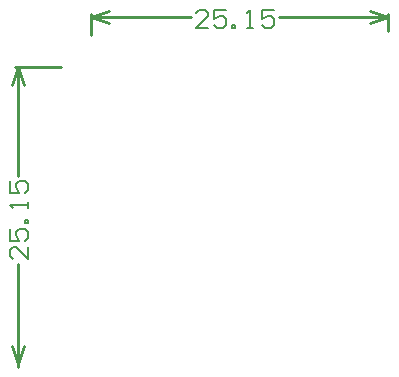
<source format=gm1>
G04*
G04 #@! TF.GenerationSoftware,Altium Limited,Altium Designer,18.1.9 (240)*
G04*
G04 Layer_Color=16711935*
%FSLAX24Y24*%
%MOIN*%
G70*
G01*
G75*
%ADD12C,0.0060*%
%ADD14C,0.0100*%
D12*
X-2040Y3890D02*
Y3490D01*
X-2440Y3890D01*
X-2540D01*
X-2640Y3790D01*
Y3590D01*
X-2540Y3490D01*
X-2640Y4490D02*
Y4090D01*
X-2340D01*
X-2440Y4290D01*
Y4390D01*
X-2340Y4490D01*
X-2140D01*
X-2040Y4390D01*
Y4190D01*
X-2140Y4090D01*
X-2040Y4690D02*
X-2140D01*
Y4790D01*
X-2040D01*
Y4690D01*
Y5190D02*
Y5390D01*
Y5290D01*
X-2640D01*
X-2540Y5190D01*
X-2640Y6090D02*
Y5690D01*
X-2340D01*
X-2440Y5890D01*
Y5990D01*
X-2340Y6090D01*
X-2140D01*
X-2040Y5990D01*
Y5790D01*
X-2140Y5690D01*
X3940Y11190D02*
X3540D01*
X3940Y11590D01*
Y11690D01*
X3840Y11790D01*
X3640D01*
X3540Y11690D01*
X4540Y11790D02*
X4140D01*
Y11490D01*
X4340Y11590D01*
X4440D01*
X4540Y11490D01*
Y11290D01*
X4440Y11190D01*
X4240D01*
X4140Y11290D01*
X4740Y11190D02*
Y11290D01*
X4840D01*
Y11190D01*
X4740D01*
X5240D02*
X5440D01*
X5340D01*
Y11790D01*
X5240Y11690D01*
X6140Y11790D02*
X5740D01*
Y11490D01*
X5940Y11590D01*
X6040D01*
X6140Y11490D01*
Y11290D01*
X6040Y11190D01*
X5840D01*
X5740Y11290D01*
D14*
X-2400Y9900D02*
X-2200Y9300D01*
X-2600D02*
X-2400Y9900D01*
X-2600Y600D02*
X-2400Y0D01*
X-2200Y600D01*
X-2400Y6250D02*
Y9900D01*
Y0D02*
Y3330D01*
X-2500Y9900D02*
X-950D01*
X-2400Y-100D02*
Y100D01*
X9350Y11350D02*
X9950Y11550D01*
X9350Y11750D02*
X9950Y11550D01*
X50D02*
X650Y11750D01*
X50Y11550D02*
X650Y11350D01*
X6300Y11550D02*
X9950D01*
X50D02*
X3380D01*
X9950Y11100D02*
Y11650D01*
X50Y10950D02*
Y11650D01*
M02*

</source>
